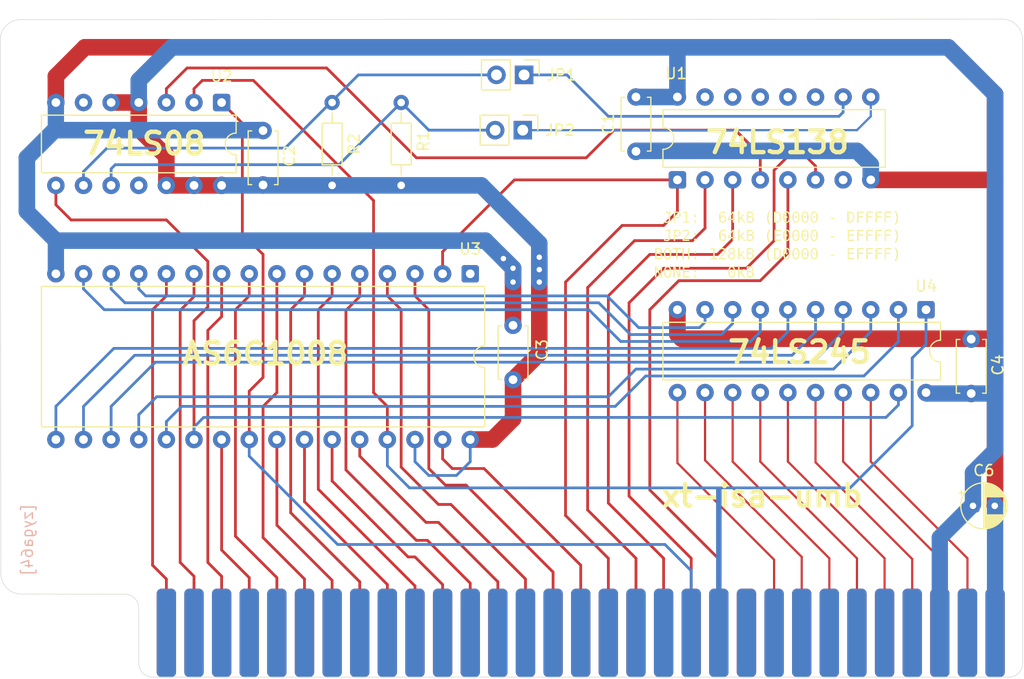
<source format=kicad_pcb>
(kicad_pcb (version 20241229) (generator "pcbnew") (generator_version "9.0")
  (title_block (title "UMB memory expansion board for IBM PC (XT) and clones") (rev "0.1"))
  (layers (0 "F.Cu" signal) (2 "B.Cu" signal) (13 "F.Paste" user) (15 "B.Paste" user) (5 "F.SilkS" user "F.Silkscreen") (7 "B.SilkS" user "B.Silkscreen") (1 "F.Mask" user) (3 "B.Mask" user) (25 "Edge.Cuts" user))
  (net 0 "")
  (net 3 "GND")
  (net 7 "{slash}MEMW")
  (net 15 "{slash}MEMR")
  (net 16 "Net-(J1-AEN)")
  (net 31 "/A14")
  (net 32 "/D7")
  (net 33 "/A6")
  (net 34 "/A16")
  (net 35 "/D5")
  (net 36 "/A3")
  (net 37 "/A19")
  (net 38 "/A13")
  (net 39 "/A12")
  (net 40 "/A18")
  (net 41 "/A10")
  (net 42 "/D2")
  (net 43 "/A4")
  (net 44 "/A15")
  (net 45 "/A8")
  (net 46 "/A5")
  (net 47 "/D0")
  (net 48 "/A17")
  (net 49 "/D6")
  (net 50 "/A7")
  (net 51 "/A9")
  (net 52 "/A11")
  (net 53 "/A1")
  (net 54 "/A2")
  (net 55 "/D1")
  (net 56 "/D3")
  (net 57 "/D4")
  (net 58 "/A0")
  (net 59 "VCC")
  (net 62 "Net-(U1-E1)")
  (net 67 "Net-(U3-~{CE})")
  (net 69 "Net-(U3-DQ1)")
  (net 70 "Net-(U3-DQ7)")
  (net 71 "Net-(U3-DQ5)")
  (net 72 "Net-(U3-DQ0)")
  (net 73 "Net-(U3-DQ6)")
  (net 74 "Net-(U3-DQ2)")
  (net 75 "Net-(U3-DQ4)")
  (net 76 "Net-(U3-DQ3)")
  (net 79 "Net-(JP1-A)")
  (net 80 "Net-(JP1-B)")
  (net 81 "Net-(JP2-A)")
  (net 82 "Net-(JP2-B)")
  (footprint "Resistor_THT:R_Axial_DIN0204_L3.6mm_D1.6mm_P7.62mm_Horizontal" (layer "F.Cu") (at 116.84 99.06 90)
    (property "Reference" "R2")
    (property "Value" "15k")
  )
  (footprint "Capacitor_THT:C_Disc_D4.7mm_W2.5mm_P5.00mm" (layer "F.Cu") (at 144.78 90.932 -90)
    (property "Reference" "C1")
    (property "Value" "100nF")
  )
  (footprint "Capacitor_THT:CP_Radial_D4.0mm_P2.00mm" (layer "F.Cu") (at 175.768 128.524)
    (property "Reference" "C6")
    (property "Value" "47uF")
  )
  (footprint "Capacitor_THT:C_Disc_D4.7mm_W2.5mm_P5.00mm" (layer "F.Cu") (at 175.606697 118.197 90)
    (property "Reference" "C4")
    (property "Value" "100nF")
  )
  (footprint "Package_DIP:DIP-20_W7.62mm" (layer "F.Cu") (at 171.45 110.49 -90)
    (property "Reference" "U4")
    (property "Value" "74HCT245")
  )
  (footprint "Connector_PinHeader_2.54mm:PinHeader_1x02_P2.54mm_Vertical" (layer "F.Cu") (at 134.493 88.9 -90)
    (property "Reference" "JP1")
    (property "Value" "Jumper_2_Bridged")
  )
  (footprint "Connector_PinHeader_2.54mm:PinHeader_1x02_P2.54mm_Vertical" (layer "F.Cu") (at 134.371 93.98 -90)
    (property "Reference" "JP2")
    (property "Value" "Jumper_2_Bridged")
  )
  (footprint "Capacitor_THT:C_Disc_D4.7mm_W2.5mm_P5.00mm" (layer "F.Cu") (at 133.477 116.927 90)
    (property "Reference" "C3")
    (property "Value" "100nF")
  )
  (footprint "Package_DIP:DIP-32_W15.24mm" (layer "F.Cu") (at 129.539999 107.188001 -90)
    (property "Reference" "U3")
    (property "Value" "AS6C1008")
  )
  (footprint "Capacitor_THT:C_Disc_D4.7mm_W2.5mm_P5.00mm" (layer "F.Cu") (at 110.49 99.02 90)
    (property "Reference" "C2")
    (property "Value" "100nF")
  )
  (footprint "Resistor_THT:R_Axial_DIN0204_L3.6mm_D1.6mm_P7.62mm_Horizontal" (layer "F.Cu") (at 123.19 99.06 90)
    (property "Reference" "R1")
    (property "Value" "15k")
  )
  (footprint "Package_DIP:DIP-16_W7.62mm" (layer "F.Cu") (at 148.59 98.552 90)
    (property "Reference" "U1")
    (property "Value" "74LS138")
  )
  (footprint "xt-isa-umb:Conn_Edge_PCB_ISA8" (layer "F.Cu") (at 139.699999 140.208001)
    (property "Reference" "J1" (hide yes))
    (property "Value" "Bus_ISA_8bit" (hide yes))
  )
  (footprint "Package_DIP:DIP-14_W7.62mm" (layer "F.Cu") (at 106.68 91.44 -90)
    (property "Reference" "U2")
    (property "Value" "74LS08")
  )
  (gr_line (start 177.8 140.208) (end 177.8 128.397) (stroke (width 1.5)) (layer "B.Cu") (net 3))
  (gr_arc (start 100.329999 144.272) (mid 99.431974 143.900026) (end 99.06 143.002001) (stroke (width 0.05)) (layer "Edge.Cuts"))
  (gr_arc (start 180.339999 143.002001) (mid 179.968025 143.900027) (end 179.069999 144.272001) (stroke (width 0.05)) (layer "Edge.Cuts"))
  (gr_line (start 100.329999 144.272001) (end 179.069999 144.272001) (stroke (width 0.05)) (layer "Edge.Cuts"))
  (gr_arc (start 86.326709 85.462) (mid 86.934528 84.312467) (end 88.138 83.82) (stroke (width 0.05)) (layer "Edge.Cuts"))
  (gr_arc (start 97.789999 136.652001) (mid 98.688025 137.023975) (end 99.059999 137.922001) (stroke (width 0.05)) (layer "Edge.Cuts"))
  (gr_arc (start 178.369828 83.771153) (mid 179.758795 84.305152) (end 180.339999 85.675038) (stroke (width 0.05)) (layer "Edge.Cuts"))
  (gr_line (start 180.339999 143.002001) (end 180.339999 85.675038) (stroke (width 0.05)) (layer "Edge.Cuts"))
  (gr_arc (start 88.265 136.637777) (mid 86.934015 136.086464) (end 86.382702 134.755479) (stroke (width 0.05)) (layer "Edge.Cuts"))
  (gr_line (start 86.32825 85.470999) (end 86.382702 134.755479) (stroke (width 0.05)) (layer "Edge.Cuts"))
  (gr_line (start 178.363881 83.771367) (end 88.138 83.82) (stroke (width 0.05)) (layer "Edge.Cuts"))
  (gr_line (start 97.789999 136.652001) (end 88.265 136.637777) (stroke (width 0.05)) (layer "Edge.Cuts"))
  (gr_line (start 99.059999 143.002) (end 99.059999 137.922001) (stroke (width 0.05)) (layer "Edge.Cuts"))
  (gr_text " JP1:  64kB (D0000 - DFFFF)\n JP2:  64kB (E0000 - EFFFF)\nBOTH: 128kB (D0000 - EFFFF)\nNONE:   0kB" (at 146.431 107.696 0) (layer "F.SilkS") (effects (font (size 1 1) (thickness 0.1)) (justify left bottom)))
  (gr_text "xt-isa-umb" (at 146.939 128.778 0) (layer "F.SilkS") (effects (font (size 2 2) (thickness 0.4) (bold yes)) (justify left bottom)))
  (gr_text "AS6C1008" (at 102.87 115.697 0) (layer "F.SilkS") (effects (font (size 2 2) (thickness 0.4) (bold yes)) (justify left bottom)))
  (gr_text "74LS08" (at 93.726 96.393 0) (layer "F.SilkS") (effects (font (size 2 2) (thickness 0.4) (bold yes)) (justify left bottom)))
  (gr_text "74LS138" (at 151.003 96.266 0) (layer "F.SilkS") (effects (font (size 2 2) (thickness 0.4) (bold yes)) (justify left bottom)))
  (gr_text "74LS245" (at 153.035 115.57 0) (layer "F.SilkS") (effects (font (size 2 2) (thickness 0.4) (bold yes)) (justify left bottom)))
  (gr_text "[zyga64]" (at 89.408 128.27 90) (layer "B.SilkS") (effects (font (size 1 1) (thickness 0.125)) (justify left bottom mirror)))
  (segment (start 133.477 107.95) (end 133.477 111.927) (width 1.524) (layer "F.Cu") (net 3))
  (segment (start 177.8 128.492) (end 177.8 98.552) (width 1.524) (layer "F.Cu") (net 3))
  (segment (start 177.768 128.524) (end 177.8 128.492) (width 1.5) (layer "F.Cu") (net 3))
  (segment (start 177.673 113.157) (end 175.646697 113.157) (width 1.524) (layer "F.Cu") (net 3))
  (segment (start 175.646697 113.157) (end 175.606697 113.197) (width 1.5) (layer "F.Cu") (net 3))
  (segment (start 175.606697 113.197) (end 175.566697 113.157) (width 1.5) (layer "F.Cu") (net 3))
  (segment (start 177.8 98.552) (end 177.8 90.678) (width 1.524) (layer "F.Cu") (net 3))
  (segment (start 177.8 90.678) (end 173.482 86.36) (width 1.524) (layer "F.Cu") (net 3))
  (segment (start 177.8 98.552) (end 166.37 98.552) (width 1.524) (layer "F.Cu") (net 3))
  (segment (start 148.59 112.776) (end 148.59 110.49) (width 1.524) (layer "F.Cu") (net 3))
  (segment (start 148.971 113.157) (end 148.59 112.776) (width 1.524) (layer "F.Cu") (net 3))
  (segment (start 175.566697 113.157) (end 148.971 113.157) (width 1.524) (layer "F.Cu") (net 3))
  (segment (start 94.107 86.36) (end 91.44 89.027) (width 1.524) (layer "F.Cu") (net 3))
  (segment (start 133.477 106.68) (end 132.588 105.791) (width 1.524) (layer "F.Cu") (net 3))
  (segment (start 173.482 86.36) (end 94.107 86.36) (width 1.524) (layer "F.Cu") (net 3))
  (segment (start 133.477 107.95) (end 133.477 106.68) (width 1.524) (layer "F.Cu") (net 3))
  (segment (start 177.8 113.284) (end 177.673 113.157) (width 1.5) (layer "F.Cu") (net 3))
  (segment (start 91.44 89.027) (end 91.44 91.44) (width 1.524) (layer "F.Cu") (net 3))
  (via (at 132.588 105.791) (size 1) (drill 0.5) (layers "F.Cu" "B.Cu") (net 3))
  (via (at 133.477 106.68) (size 1) (drill 0.5) (layers "F.Cu" "B.Cu") (net 3))
  (via (at 133.477 107.95) (size 1) (drill 0.5) (layers "F.Cu" "B.Cu") (net 3))
  (segment (start 133.477 106.68) (end 130.937 104.14) (width 1.524) (layer "B.Cu") (net 3))
  (segment (start 166.37 98.552) (end 166.37 97.155) (width 1.524) (layer "B.Cu") (net 3))
  (segment (start 166.37 97.155) (end 165.1 95.885) (width 1.524) (layer "B.Cu") (net 3))
  (segment (start 110.45 93.98) (end 110.49 94.02) (width 1.5) (layer "B.Cu") (net 3))
  (segment (start 130.937 104.14) (end 91.44 104.14) (width 1.524) (layer "B.Cu") (net 3))
  (segment (start 88.773 101.473) (end 88.773 101.346) (width 1.5) (layer "B.Cu") (net 3))
  (segment (start 91.439999 107.188001) (end 91.439999 104.140001) (width 1.5) (layer "B.Cu") (net 3))
  (segment (start 133.477 106.68) (end 133.477 107.95) (width 1.524) (layer "B.Cu") (net 3))
  (segment (start 88.773001 101.345999) (end 88.773001 96.52) (width 1.524) (layer "B.Cu") (net 3))
  (segment (start 91.439999 107.188001) (end 91.44 107.188) (width 0.2) (layer "B.Cu") (net 3))
  (segment (start 88.773 101.346) (end 88.773001 101.345999) (width 1.524) (layer "B.Cu") (net 3))
  (segment (start 165.1 95.885) (end 144.827 95.885) (width 1.524) (layer "B.Cu") (net 3))
  (segment (start 91.44 91.44) (end 91.44 93.853001) (width 1.5) (layer "B.Cu") (net 3))
  (segment (start 88.772999 96.52) (end 88.773001 96.52) (width 1.5) (layer "B.Cu") (net 3))
  (segment (start 91.313001 93.98) (end 110.45 93.98) (width 1.524) (layer "B.Cu") (net 3))
  (segment (start 91.44 104.14) (end 88.773 101.473) (width 1.5) (layer "B.Cu") (net 3))
  (segment (start 144.827 95.885) (end 144.78 95.932) (width 1.5) (layer "B.Cu") (net 3))
  (segment (start 91.439999 104.140001) (end 91.44 104.14) (width 1.5) (layer "B.Cu") (net 3))
  (segment (start 88.773001 96.52) (end 91.313001 93.98) (width 1.524) (layer "B.Cu") (net 3))
  (segment (start 104.902 89.408) (end 109.601 89.408) (width 0.254) (layer "F.Cu") (net 7))
  (segment (start 104.14 90.17) (end 104.902 89.408) (width 0.254) (layer "F.Cu") (net 7))
  (segment (start 120.65 100.457) (end 120.65 118.11) (width 0.254) (layer "F.Cu") (net 7))
  (segment (start 104.14 91.44) (end 104.14 90.17) (width 0.254) (layer "F.Cu") (net 7))
  (segment (start 120.65 118.11) (end 121.92 119.38) (width 0.254) (layer "F.Cu") (net 7))
  (segment (start 109.601 89.408) (end 120.65 100.457) (width 0.254) (layer "F.Cu") (net 7))
  (segment (start 121.92 119.38) (end 121.919999 122.428001) (width 0.254) (layer "F.Cu") (net 7))
  (segment (start 171.45 113.665) (end 171.45 110.49) (width 0.254) (layer "B.Cu") (net 7))
  (segment (start 123.952 126.873) (end 121.919999 124.840999) (width 0.254) (layer "B.Cu") (net 7))
  (segment (start 121.919999 124.840999) (end 121.919999 122.428001) (width 0.254) (layer "B.Cu") (net 7))
  (segment (start 152.399999 127) (end 152.272999 126.873) (width 0.254) (layer "B.Cu") (net 7))
  (segment (start 164.465 126.873) (end 170.18 121.158) (width 0.254) (layer "B.Cu") (net 7))
  (segment (start 170.18 114.935) (end 171.45 113.665) (width 0.254) (layer "B.Cu") (net 7))
  (segment (start 152.399999 127) (end 152.399999 140.208001) (width 0.508) (layer "B.Cu") (net 7))
  (segment (start 152.526999 126.873) (end 164.465 126.873) (width 0.254) (layer "B.Cu") (net 7))
  (segment (start 152.272999 126.873) (end 123.952 126.873) (width 0.254) (layer "B.Cu") (net 7))
  (segment (start 152.399999 127) (end 152.526999 126.873) (width 0.254) (layer "B.Cu") (net 7))
  (segment (start 170.18 121.158) (end 170.18 114.935) (width 0.254) (layer "B.Cu") (net 7))
  (segment (start 110.49 105.41) (end 108.585 103.505) (width 0.254) (layer "F.Cu") (net 15))
  (segment (start 108.585 93.345) (end 106.68 91.44) (width 0.254) (layer "F.Cu") (net 15))
  (segment (start 108.585 103.505) (end 108.585 93.345) (width 0.254) (layer "F.Cu") (net 15))
  (segment (start 109.219999 122.428001) (end 109.219999 117.983001) (width 0.254) (layer "F.Cu") (net 15))
  (segment (start 110.49 116.713) (end 110.49 105.41) (width 0.254) (layer "F.Cu") (net 15))
  (segment (start 109.219999 117.983001) (end 110.49 116.713) (width 0.254) (layer "F.Cu") (net 15))
  (segment (start 147.447 132.08) (end 149.859999 134.492999) (width 0.254) (layer "B.Cu") (net 15))
  (segment (start 149.859999 134.492999) (end 149.859999 140.208001) (width 0.254) (layer "B.Cu") (net 15))
  (segment (start 109.219999 122.428001) (end 109.219999 123.951999) (width 0.254) (layer "B.Cu") (net 15))
  (segment (start 109.219999 123.951999) (end 117.348 132.08) (width 0.254) (layer "B.Cu") (net 15))
  (segment (start 117.348 132.08) (end 147.447 132.08) (width 0.254) (layer "B.Cu") (net 15))
  (segment (start 146.05 127.0635) (end 146.05 110.49) (width 0.254) (layer "F.Cu") (net 16))
  (segment (start 158.75 105.283) (end 158.75 98.928) (width 0.254) (layer "F.Cu") (net 16))
  (segment (start 152.399999 140.208001) (end 152.399999 133.413499) (width 0.254) (layer "F.Cu") (net 16))
  (segment (start 146.05 110.49) (end 148.717 107.823) (width 0.254) (layer "F.Cu") (net 16))
  (segment (start 152.399999 133.413499) (end 146.05 127.0635) (width 0.254) (layer "F.Cu") (net 16))
  (segment (start 148.717 107.823) (end 156.21 107.823) (width 0.254) (layer "F.Cu") (net 16))
  (segment (start 156.21 107.823) (end 158.75 105.283) (width 0.254) (layer "F.Cu") (net 16))
  (segment (start 124.459999 109.219999) (end 124.459999 107.188001) (width 0.254) (layer "F.Cu") (net 31))
  (segment (start 127.254 126.619) (end 125.729999 125.094999) (width 0.254) (layer "F.Cu") (net 31))
  (segment (start 137.159999 140.208001) (end 137.159999 134.619999) (width 0.254) (layer "F.Cu") (net 31))
  (segment (start 125.729999 125.094999) (end 125.729999 110.489999) (width 0.254) (layer "F.Cu") (net 31))
  (segment (start 129.159 126.619) (end 127.254 126.619) (width 0.254) (layer "F.Cu") (net 31))
  (segment (start 137.159999 134.619999) (end 129.159 126.619) (width 0.254) (layer "F.Cu") (net 31))
  (segment (start 125.729999 110.489999) (end 124.459999 109.219999) (width 0.254) (layer "F.Cu") (net 31))
  (segment (start 175.26 133.35) (end 175.259999 140.208001) (width 0.2) (layer "F.Cu") (net 32))
  (segment (start 166.37 118.11) (end 166.37 124.46) (width 0.2) (layer "F.Cu") (net 32))
  (segment (start 166.37 124.46) (end 175.26 133.35) (width 0.2) (layer "F.Cu") (net 32))
  (segment (start 116.839999 135.381999) (end 116.839999 140.208001) (width 0.254) (layer "F.Cu") (net 33))
  (segment (start 111.759999 122.428001) (end 111.759999 130.301999) (width 0.254) (layer "F.Cu") (net 33))
  (segment (start 111.759999 130.301999) (end 116.839999 135.381999) (width 0.254) (layer "F.Cu") (net 33))
  (segment (start 147.32 102.743) (end 148.59 101.473) (width 0.254) (layer "F.Cu") (net 34))
  (segment (start 133.604 98.552) (end 148.59 98.552) (width 0.254) (layer "F.Cu") (net 34))
  (segment (start 142.239999 140.208001) (end 142.239999 133.349999) (width 0.254) (layer "F.Cu") (net 34))
  (segment (start 127 105.156) (end 133.604 98.552) (width 0.254) (layer "F.Cu") (net 34))
  (segment (start 143.51 102.743) (end 147.32 102.743) (width 0.254) (layer "F.Cu") (net 34))
  (segment (start 127 107.188) (end 127 105.156) (width 0.254) (layer "F.Cu") (net 34))
  (segment (start 148.59 101.473) (end 148.59 98.552) (width 0.254) (layer "F.Cu") (net 34))
  (segment (start 148.59 98.933) (end 148.59 98.552) (width 0.254) (layer "F.Cu") (net 34))
  (segment (start 142.239999 133.349999) (end 138.303 129.413) (width 0.254) (layer "F.Cu") (net 34))
  (segment (start 138.303 107.95) (end 143.51 102.743) (width 0.254) (layer "F.Cu") (net 34))
  (segment (start 126.999999 107.188001) (end 127 107.188) (width 0.254) (layer "F.Cu") (net 34))
  (segment (start 138.303 129.413) (end 138.303 107.95) (width 0.254) (layer "F.Cu") (net 34))
  (segment (start 170.179999 133.413499) (end 170.179999 140.208001) (width 0.2) (layer "F.Cu") (net 35))
  (segment (start 161.29 124.5235) (end 170.179999 133.413499) (width 0.2) (layer "F.Cu") (net 35))
  (segment (start 161.29 118.11) (end 161.29 124.5235) (width 0.2) (layer "F.Cu") (net 35))
  (segment (start 109.219999 135.127999) (end 106.68 132.588) (width 0.254) (layer "F.Cu") (net 36))
  (segment (start 109.219999 140.208001) (end 109.219999 135.127999) (width 0.254) (layer "F.Cu") (net 36))
  (segment (start 106.68 132.588) (end 106.679999 122.428001) (width 0.254) (layer "F.Cu") (net 36))
  (segment (start 158.623 96.52) (end 160.528 96.52) (width 0.254) (layer "F.Cu") (net 37))
  (segment (start 144.145 127.635) (end 144.145 109.855) (width 0.254) (layer "F.Cu") (net 37))
  (segment (start 149.859999 140.208001) (end 149.859999 133.349999) (width 0.254) (layer "F.Cu") (net 37))
  (segment (start 160.528 96.52) (end 161.29 97.282) (width 0.254) (layer "F.Cu") (net 37))
  (segment (start 157.48 97.663) (end 158.623 96.52) (width 0.254) (layer "F.Cu") (net 37))
  (segment (start 147.32 106.68) (end 154.94 106.68) (width 0.254) (layer "F.Cu") (net 37))
  (segment (start 149.859999 133.349999) (end 144.145 127.635) (width 0.254) (layer "F.Cu") (net 37))
  (segment (start 161.29 97.282) (end 161.29 98.552) (width 0.254) (layer "F.Cu") (net 37))
  (segment (start 144.145 109.855) (end 147.32 106.68) (width 0.254) (layer "F.Cu") (net 37))
  (segment (start 157.48 104.14) (end 157.48 97.663) (width 0.254) (layer "F.Cu") (net 37))
  (segment (start 154.94 106.68) (end 157.48 104.14) (width 0.254) (layer "F.Cu") (net 37))
  (segment (start 121.92 109.22) (end 121.919999 107.188001) (width 0.254) (layer "F.Cu") (net 38))
  (segment (start 127.762 128.397) (end 126.618998 128.397) (width 0.254) (layer "F.Cu") (net 38))
  (segment (start 126.618998 128.397) (end 123.189999 124.968001) (width 0.254) (layer "F.Cu") (net 38))
  (segment (start 134.619999 135.254999) (end 127.762 128.397) (width 0.254) (layer "F.Cu") (net 38))
  (segment (start 134.619999 140.208001) (end 134.619999 135.254999) (width 0.254) (layer "F.Cu") (net 38))
  (segment (start 123.189999 124.968001) (end 123.189999 110.489999) (width 0.254) (layer "F.Cu") (net 38))
  (segment (start 123.189999 110.489999) (end 121.92 109.22) (width 0.254) (layer "F.Cu") (net 38))
  (segment (start 126.619 130.048) (end 132.079999 135.508999) (width 0.254) (layer "F.Cu") (net 39))
  (segment (start 125.476 130.048) (end 126.619 130.048) (width 0.254) (layer "F.Cu") (net 39))
  (segment (start 119.379999 122.428001) (end 119.379999 123.951999) (width 0.254) (layer "F.Cu") (net 39))
  (segment (start 119.379999 123.951999) (end 125.476 130.048) (width 0.254) (layer "F.Cu") (net 39))
  (segment (start 132.079999 135.508999) (end 132.079999 140.208001) (width 0.254) (layer "F.Cu") (net 39))
  (segment (start 147.319999 133.349999) (end 142.24 128.27) (width 0.254) (layer "F.Cu") (net 40))
  (segment (start 142.24 128.27) (end 142.24 109.22) (width 0.254) (layer "F.Cu") (net 40))
  (segment (start 142.24 109.22) (end 146.05 105.41) (width 0.254) (layer "F.Cu") (net 40))
  (segment (start 146.05 105.41) (end 152.273 105.41) (width 0.254) (layer "F.Cu") (net 40))
  (segment (start 147.319999 140.208001) (end 147.319999 133.349999) (width 0.254) (layer "F.Cu") (net 40))
  (segment (start 152.273 105.41) (end 153.67 104.013) (width 0.254) (layer "F.Cu") (net 40))
  (segment (start 153.67 104.013) (end 153.67 98.552) (width 0.254) (layer "F.Cu") (net 40))
  (segment (start 123.825 133.223) (end 124.46 133.223) (width 0.254) (layer "F.Cu") (net 41))
  (segment (start 124.46 133.223) (end 126.999999 135.762999) (width 0.254) (layer "F.Cu") (net 41))
  (segment (start 116.839999 122.428001) (end 116.839999 126.237999) (width 0.254) (layer "F.Cu") (net 41))
  (segment (start 116.839999 126.237999) (end 123.825 133.223) (width 0.254) (layer "F.Cu") (net 41))
  (segment (start 126.999999 135.762999) (end 126.999999 140.208001) (width 0.254) (layer "F.Cu") (net 41))
  (segment (start 162.559999 133.349999) (end 153.67 124.46) (width 0.2) (layer "F.Cu") (net 42))
  (segment (start 162.559999 140.208001) (end 162.559999 133.349999) (width 0.2) (layer "F.Cu") (net 42))
  (segment (start 153.67 124.46) (end 153.67 118.11) (width 0.2) (layer "F.Cu") (net 42))
  (segment (start 109.22 109.22) (end 109.22 107.188002) (width 0.254) (layer "F.Cu") (net 43))
  (segment (start 107.95 110.49) (end 109.22 109.22) (width 0.254) (layer "F.Cu") (net 43))
  (segment (start 109.22 107.188002) (end 109.219999 107.188001) (width 0.2) (layer "F.Cu") (net 43))
  (segment (start 107.95 131.318) (end 107.95 110.49) (width 0.254) (layer "F.Cu") (net 43))
  (segment (start 111.759999 140.208001) (end 111.759999 135.127999) (width 0.254) (layer "F.Cu") (net 43))
  (segment (start 111.759999 135.127999) (end 107.95 131.318) (width 0.254) (layer "F.Cu") (net 43))
  (segment (start 139.699999 140.208001) (end 139.699999 133.984999) (width 0.254) (layer "F.Cu") (net 44))
  (segment (start 127 122.936001) (end 126.999999 122.936) (width 0.254) (layer "F.Cu") (net 44))
  (segment (start 127 124.206) (end 127 122.936001) (width 0.254) (layer "F.Cu") (net 44))
  (segment (start 130.81 125.095) (end 127.889 125.095) (width 0.254) (layer "F.Cu") (net 44))
  (segment (start 126.999999 122.936) (end 126.999999 122.428001) (width 0.254) (layer "F.Cu") (net 44))
  (segment (start 139.699999 133.984999) (end 130.81 125.095) (width 0.254) (layer "F.Cu") (net 44))
  (segment (start 127.889 125.095) (end 127 124.206) (width 0.254) (layer "F.Cu") (net 44))
  (segment (start 114.299999 122.428001) (end 114.299999 128.142999) (width 0.254) (layer "F.Cu") (net 45))
  (segment (start 114.299999 128.142999) (end 121.919999 135.762999) (width 0.254) (layer "F.Cu") (net 45))
  (segment (start 121.919999 135.762999) (end 121.919999 140.208001) (width 0.254) (layer "F.Cu") (net 45))
  (segment (start 111.759999 118.110001) (end 111.759999 107.188001) (width 0.254) (layer "F.Cu") (net 46))
  (segment (start 114.299999 140.208001) (end 114.299999 136.144001) (width 0.254) (layer "F.Cu") (net 46))
  (segment (start 110.49 119.38) (end 111.759999 118.110001) (width 0.254) (layer "F.Cu") (net 46))
  (segment (start 114.299999 135.254999) (end 110.49 131.445) (width 0.254) (layer "F.Cu") (net 46))
  (segment (start 114.299999 136.144001) (end 114.299999 135.254999) (width 0.254) (layer "F.Cu") (net 46))
  (segment (start 110.49 131.445) (end 110.49 119.38) (width 0.254) (layer "F.Cu") (net 46))
  (segment (start 157.479999 133.476999) (end 148.59 124.587) (width 0.2) (layer "F.Cu") (net 47))
  (segment (start 148.59 124.587) (end 148.59 118.11) (width 0.2) (layer "F.Cu") (net 47))
  (segment (start 157.479999 140.208001) (end 157.479999 133.476999) (width 0.2) (layer "F.Cu") (net 47))
  (segment (start 144.78 135.889998) (end 144.78 133.35) (width 0.254) (layer "F.Cu") (net 48))
  (segment (start 144.653 104.14) (end 149.987 104.14) (width 0.254) (layer "F.Cu") (net 48))
  (segment (start 144.779999 135.889999) (end 144.78 135.889998) (width 0.2) (layer "F.Cu") (net 48))
  (segment (start 144.779999 140.208001) (end 144.779999 135.889999) (width 0.254) (layer "F.Cu") (net 48))
  (segment (start 140.335 128.905) (end 140.335 108.458) (width 0.254) (layer "F.Cu") (net 48))
  (segment (start 149.987 104.14) (end 151.13 102.997) (width 0.254) (layer "F.Cu") (net 48))
  (segment (start 151.13 102.997) (end 151.13 98.552) (width 0.254) (layer "F.Cu") (net 48))
  (segment (start 140.335 108.458) (end 144.653 104.14) (width 0.254) (layer "F.Cu") (net 48))
  (segment (start 144.78 133.35) (end 140.335 128.905) (width 0.254) (layer "F.Cu") (net 48))
  (segment (start 163.83 124.46) (end 163.83 118.11) (width 0.2) (layer "F.Cu") (net 49))
  (segment (start 172.719999 140.208001) (end 172.719999 133.349999) (width 0.2) (layer "F.Cu") (net 49))
  (segment (start 172.719999 133.349999) (end 163.83 124.46) (width 0.2) (layer "F.Cu") (net 49))
  (segment (start 114.3 109.22) (end 114.3 107.188002) (width 0.254) (layer "F.Cu") (net 50))
  (segment (start 119.379999 140.208001) (end 119.379999 135.508999) (width 0.254) (layer "F.Cu") (net 50))
  (segment (start 113.03 110.49) (end 114.3 109.22) (width 0.254) (layer "F.Cu") (net 50))
  (segment (start 114.3 107.188002) (end 114.299999 107.188001) (width 0.2) (layer "F.Cu") (net 50))
  (segment (start 119.379999 135.508999) (end 113.03 129.159) (width 0.254) (layer "F.Cu") (net 50))
  (segment (start 113.03 129.159) (end 113.03 110.49) (width 0.254) (layer "F.Cu") (net 50))
  (segment (start 116.839999 107.188001) (end 116.839999 109.220001) (width 0.254) (layer "F.Cu") (net 51))
  (segment (start 115.57 127) (end 124.459999 135.889999) (width 0.254) (layer "F.Cu") (net 51))
  (segment (start 124.459999 135.889999) (end 124.459999 140.208001) (width 0.254) (layer "F.Cu") (net 51))
  (segment (start 116.839999 109.220001) (end 115.57 110.49) (width 0.254) (layer "F.Cu") (net 51))
  (segment (start 115.57 110.49) (end 115.57 127) (width 0.254) (layer "F.Cu") (net 51))
  (segment (start 124.587 131.699) (end 125.603 131.699) (width 0.254) (layer "F.Cu") (net 52))
  (segment (start 119.379999 107.188001) (end 119.379999 109.283501) (width 0.254) (layer "F.Cu") (net 52))
  (segment (start 118.11 110.5535) (end 118.11 125.222) (width 0.254) (layer "F.Cu") (net 52))
  (segment (start 119.379999 109.283501) (end 118.11 110.5535) (width 0.254) (layer "F.Cu") (net 52))
  (segment (start 129.539999 140.208001) (end 129.539999 136.651999) (width 0.2) (layer "F.Cu") (net 52))
  (segment (start 118.11 125.222) (end 124.587 131.699) (width 0.254) (layer "F.Cu") (net 52))
  (segment (start 125.603 131.699) (end 129.539999 135.635999) (width 0.254) (layer "F.Cu") (net 52))
  (segment (start 129.539999 135.635999) (end 129.539999 140.208001) (width 0.254) (layer "F.Cu") (net 52))
  (segment (start 102.87 110.5535) (end 104.139999 109.283501) (width 0.254) (layer "F.Cu") (net 53))
  (segment (start 104.139999 109.283501) (end 104.139999 107.188001) (width 0.254) (layer "F.Cu") (net 53))
  (segment (start 102.87 133.731) (end 102.87 110.5535) (width 0.254) (layer "F.Cu") (net 53))
  (segment (start 104.139999 140.208001) (end 104.14 135.001) (width 0.254) (layer "F.Cu") (net 53))
  (segment (start 104.14 135.001) (end 102.87 133.731) (width 0.254) (layer "F.Cu") (net 53))
  (segment (start 106.679999 107.188001) (end 106.679999 111.125001) (width 0.254) (layer "F.Cu") (net 54))
  (segment (start 106.68 135.001) (end 106.68 135.255) (width 0.254) (layer "F.Cu") (net 54))
  (segment (start 105.41 133.731) (end 106.68 135.001) (width 0.254) (layer "F.Cu") (net 54))
  (segment (start 105.41 112.395) (end 105.41 133.731) (width 0.254) (layer "F.Cu") (net 54))
  (segment (start 106.679999 111.125001) (end 105.41 112.395) (width 0.254) (layer "F.Cu") (net 54))
  (segment (start 106.68 135.255) (end 106.679999 135.255001) (width 0.2) (layer "F.Cu") (net 54))
  (segment (start 106.679999 135.255001) (end 106.679999 140.208001) (width 0.254) (layer "F.Cu") (net 54))
  (segment (start 151.13 124.333) (end 151.13 118.11) (width 0.2) (layer "F.Cu") (net 55))
  (segment (start 160.019999 133.222999) (end 151.13 124.333) (width 0.2) (layer "F.Cu") (net 55))
  (segment (start 160.019999 140.208001) (end 160.019999 133.222999) (width 0.2) (layer "F.Cu") (net 55))
  (segment (start 165.099999 140.208001) (end 165.099999 133.349999) (width 0.2) (layer "F.Cu") (net 56))
  (segment (start 165.099999 133.349999) (end 156.21 124.46) (width 0.2) (layer "F.Cu") (net 56))
  (segment (start 156.21 124.46) (end 156.21 118.11) (width 0.2) (layer "F.Cu") (net 56))
  (segment (start 167.639999 140.208001) (end 167.639999 133.349999) (width 0.2) (layer "F.Cu") (net 57))
  (segment (start 158.75 124.46) (end 158.75 118.11) (width 0.2) (layer "F.Cu") (net 57))
  (segment (start 167.639999 133.349999) (end 158.75 124.46) (width 0.2) (layer "F.Cu") (net 57))
  (segment (start 101.599999 135.254999) (end 100.33 133.985) (width 0.254) (layer "F.Cu") (net 58))
  (segment (start 100.33 110.49) (end 101.599999 109.220001) (width 0.254) (layer "F.Cu") (net 58))
  (segment (start 101.599999 109.220001) (end 101.599999 107.188001) (width 0.254) (layer "F.Cu") (net 58))
  (segment (start 100.33 133.985) (end 100.33 110.49) (width 0.254) (layer "F.Cu") (net 58))
  (segment (start 101.599999 140.208001) (end 101.599999 135.254999) (width 0.254) (layer "F.Cu") (net 58))
  (segment (start 99.06 93.853) (end 99.06 93.726) (width 1.5) (layer "F.Cu") (net 59))
  (segment (start 133.477 120.523) (end 133.477 116.927) (width 1.524) (layer "F.Cu") (net 59))
  (segment (start 135.89 105.664) (end 135.89 114.514) (width 1.524) (layer "F.Cu") (net 59))
  (segment (start 96.52 91.44) (end 99.06 91.44) (width 1.524) (layer "F.Cu") (net 59))
  (segment (start 129.539999 122.428001) (end 131.571999 122.428001) (width 1.524) (layer "F.Cu") (net 59))
  (segment (start 101.6 99.06) (end 101.6 96.266) (width 1.524) (layer "F.Cu") (net 59))
  (segment (start 135.89 114.514) (end 133.477 116.927) (width 1.524) (layer "F.Cu") (net 59))
  (segment (start 99.06 93.726) (end 99.06 91.44) (width 1.524) (layer "F.Cu") (net 59))
  (segment (start 101.473 96.266) (end 99.06 93.853) (width 1.524) (layer "F.Cu") (net 59))
  (segment (start 106.68 99.06) (end 101.6 99.06) (width 1.524) (layer "F.Cu") (net 59))
  (segment (start 131.571999 122.428001) (end 133.477 120.523) (width 1.524) (layer "F.Cu") (net 59))
  (via (at 135.89 106.807) (size 1) (drill 0.5) (layers "F.Cu" "B.Cu") (net 59))
  (via (at 135.89 105.664) (size 1) (drill 0.5) (layers "F.Cu" "B.Cu") (net 59))
  (via (at 135.89 107.95) (size 1) (drill 0.5) (layers "F.Cu" "B.Cu") (net 59))
  (segment (start 125.73 125.73) (end 128.27 125.73) (width 0.254) (layer "B.Cu") (net 59))
  (segment (start 175.768 125.476) (end 175.768 128.397) (width 1.5) (layer "B.Cu") (net 59))
  (segment (start 102.108 86.36) (end 99.06 89.408) (width 1.524) (layer "B.Cu") (net 59))
  (segment (start 148.59 90.932) (end 144.78 90.932) (width 1.524) (layer "B.Cu") (net 59))
  (segment (start 99.06 89.408) (end 99.06 91.44) (width 1.524) (layer "B.Cu") (net 59))
  (segment (start 177.799999 90.677999) (end 177.799999 123.444001) (width 1.524) (layer "B.Cu") (net 59))
  (segment (start 148.59 86.36) (end 148.59 90.932) (width 1.524) (layer "B.Cu") (net 59))
  (segment (start 148.59 86.36) (end 173.482 86.36) (width 1.524) (layer "B.Cu") (net 59))
  (segment (start 172.719999 131.445001) (end 172.719999 140.208001) (width 1.5) (layer "B.Cu") (net 59))
  (segment (start 171.537 118.197) (end 171.45 118.11) (width 1.5) (layer "B.Cu") (net 59))
  (segment (start 148.59 86.36) (end 102.108 86.36) (width 1.524) (layer "B.Cu") (net 59))
  (segment (start 173.482 86.36) (end 177.799999 90.677999) (width 1.524) (layer "B.Cu") (net 59))
  (segment (start 124.459999 122.428001) (end 124.459999 124.459999) (width 0.254) (layer "B.Cu") (net 59))
  (segment (start 124.459999 124.459999) (end 125.73 125.73) (width 0.254) (layer "B.Cu") (net 59))
  (segment (start 175.768 128.397) (end 172.719999 131.445001) (width 1.5) (layer "B.Cu") (net 59))
  (segment (start 177.799999 123.444001) (end 175.768 125.476) (width 1.5) (layer "B.Cu") (net 59))
  (segment (start 130.556 99.06) (end 106.68 99.06) (width 1.524) (layer "B.Cu") (net 59))
  (segment (start 128.27 125.73) (end 129.54 124.46) (width 0.254) (layer "B.Cu") (net 59))
  (segment (start 177.799999 118.197) (end 171.537 118.197) (width 1.5) (layer "B.Cu") (net 59))
  (segment (start 129.54 124.46) (end 129.539999 122.428001) (width 0.254) (layer "B.Cu") (net 59))
  (segment (start 135.89 104.394) (end 130.556 99.06) (width 1.524) (layer "B.Cu") (net 59))
  (segment (start 135.89 107.95) (end 135.89 104.394) (width 1.524) (layer "B.Cu") (net 59))
  (segment (start 101.6 90.17) (end 103.505 88.265) (width 0.254) (layer "F.Cu") (net 62))
  (segment (start 140.208 96.52) (end 142.748 93.98) (width 0.254) (layer "F.Cu") (net 62))
  (segment (start 153.924 93.98) (end 156.21 96.266) (width 0.254) (layer "F.Cu") (net 62))
  (segment (start 101.599999 91.694001) (end 101.6 90.17) (width 0.254) (layer "F.Cu") (net 62))
  (segment (start 124.587 96.52) (end 140.208 96.52) (width 0.254) (layer "F.Cu") (net 62))
  (segment (start 116.332 88.265) (end 124.587 96.52) (width 0.254) (layer "F.Cu") (net 62))
  (segment (start 156.21 96.266) (end 156.21 98.552) (width 0.254) (layer "F.Cu") (net 62))
  (segment (start 103.505 88.265) (end 116.332 88.265) (width 0.254) (layer "F.Cu") (net 62))
  (segment (start 142.748 93.98) (end 153.924 93.98) (width 0.254) (layer "F.Cu") (net 62))
  (segment (start 105.41 110.236) (end 105.41 106.045) (width 0.254) (layer "F.Cu") (net 67))
  (segment (start 92.837 102.235) (end 91.439999 100.837999) (width 0.254) (layer "F.Cu") (net 67))
  (segment (start 105.41 106.045) (end 101.6 102.235) (width 0.254) (layer "F.Cu") (net 67))
  (segment (start 91.439999 100.837999) (end 91.439999 99.314001) (width 0.254) (layer "F.Cu") (net 67))
  (segment (start 104.139999 122.428001) (end 104.139999 111.506001) (width 0.254) (layer "F.Cu") (net 67))
  (segment (start 104.139999 111.506001) (end 105.41 110.236) (width 0.254) (layer "F.Cu") (net 67))
  (segment (start 101.6 102.235) (end 92.837 102.235) (width 0.254) (layer "F.Cu") (net 67))
  (segment (start 167.767 120.396) (end 105.029 120.396) (width 0.254) (layer "B.Cu") (net 67))
  (segment (start 168.91 118.11) (end 168.91 119.253) (width 0.254) (layer "B.Cu") (net 67))
  (segment (start 104.139999 121.285001) (end 104.139999 122.428001) (width 0.254) (layer "B.Cu") (net 67))
  (segment (start 168.91 119.253) (end 167.767 120.396) (width 0.254) (layer "B.Cu") (net 67))
  (segment (start 105.029 120.396) (end 104.139999 121.285001) (width 0.254) (layer "B.Cu") (net 67))
  (segment (start 152.654 112.776) (end 153.67 111.76) (width 0.254) (layer "B.Cu") (net 69))
  (segment (start 153.67 111.76) (end 153.67 110.49) (width 0.254) (layer "B.Cu") (net 69))
  (segment (start 141.351 109.855) (end 144.272 112.776) (width 0.254) (layer "B.Cu") (net 69))
  (segment (start 96.519999 108.584999) (end 97.79 109.855) (width 0.254) (layer "B.Cu") (net 69))
  (segment (start 96.519999 107.188001) (end 96.519999 108.584999) (width 0.254) (layer "B.Cu") (net 69))
  (segment (start 144.272 112.776) (end 152.654 112.776) (width 0.254) (layer "B.Cu") (net 69))
  (segment (start 97.79 109.855) (end 141.351 109.855) (width 0.254) (layer "B.Cu") (net 69))
  (segment (start 168.91 113.411) (end 168.91 110.49) (width 0.254) (layer "B.Cu") (net 70))
  (segment (start 101.599999 120.777001) (end 102.997 119.38) (width 0.254) (layer "B.Cu") (net 70))
  (segment (start 101.599999 122.428001) (end 101.599999 120.777001) (width 0.254) (layer "B.Cu") (net 70))
  (segment (start 145.669 116.586) (end 165.735 116.586) (width 0.254) (layer "B.Cu") (net 70))
  (segment (start 102.997 119.38) (end 142.875 119.38) (width 0.254) (layer "B.Cu") (net 70))
  (segment (start 142.875 119.38) (end 145.669 116.586) (width 0.254) (layer "B.Cu") (net 70))
  (segment (start 165.735 116.586) (end 168.91 113.411) (width 0.254) (layer "B.Cu") (net 70))
  (segment (start 96.519999 122.428001) (end 96.519999 119.380001) (width 0.254) (layer "B.Cu") (net 71))
  (segment (start 96.519999 119.380001) (end 100.584 115.316) (width 0.254) (layer "B.Cu") (net 71))
  (segment (start 161.036 115.316) (end 163.83 112.522) (width 0.254) (layer "B.Cu") (net 71))
  (segment (start 100.584 115.316) (end 161.036 115.316) (width 0.254) (layer "B.Cu") (net 71))
  (segment (start 163.83 112.522) (end 163.83 110.49) (width 0.254) (layer "B.Cu") (net 71))
  (segment (start 99.059999 108.584999) (end 99.695 109.22) (width 0.254) (layer "B.Cu") (net 72))
  (segment (start 99.059999 107.188001) (end 99.059999 108.584999) (width 0.254) (layer "B.Cu") (net 72))
  (segment (start 151.13 111.633) (end 151.13 110.49) (width 0.254) (layer "B.Cu") (net 72))
  (segment (start 150.622 112.141) (end 151.13 111.633) (width 0.254) (layer "B.Cu") (net 72))
  (segment (start 142.113 109.22) (end 145.034 112.141) (width 0.254) (layer "B.Cu") (net 72))
  (segment (start 99.695 109.22) (end 142.113 109.22) (width 0.254) (layer "B.Cu") (net 72))
  (segment (start 145.034 112.141) (end 150.622 112.141) (width 0.254) (layer "B.Cu") (net 72))
  (segment (start 100.711 118.491) (end 142.24 118.491) (width 0.254) (layer "B.Cu") (net 73))
  (segment (start 99.059999 122.428001) (end 99.059999 120.142001) (width 0.254) (layer "B.Cu") (net 73))
  (segment (start 142.24 118.491) (end 144.78 115.951) (width 0.254) (layer "B.Cu") (net 73))
  (segment (start 144.78 115.951) (end 162.941 115.951) (width 0.254) (layer "B.Cu") (net 73))
  (segment (start 99.059999 120.142001) (end 100.711 118.491) (width 0.254) (layer "B.Cu") (net 73))
  (segment (start 166.37 112.522) (end 166.37 110.49) (width 0.254) (layer "B.Cu") (net 73))
  (segment (start 162.941 115.951) (end 166.37 112.522) (width 0.254) (layer "B.Cu") (net 73))
  (segment (start 143.374532 113.411) (end 155.321 113.411) (width 0.254) (layer "B.Cu") (net 74))
  (segment (start 93.979999 108.584999) (end 95.885 110.49) (width 0.254) (layer "B.Cu") (net 74))
  (segment (start 156.21 112.522) (end 156.21 110.49) (width 0.254) (layer "B.Cu") (net 74))
  (segment (start 95.885 110.49) (end 140.453532 110.49) (width 0.254) (layer "B.Cu") (net 74))
  (segment (start 155.321 113.411) (end 156.21 112.522) (width 0.254) (layer "B.Cu") (net 74))
  (segment (start 140.453532 110.49) (end 143.374532 113.411) (width 0.254) (layer "B.Cu") (net 74))
  (segment (start 93.979999 107.188001) (end 93.979999 108.584999) (width 0.254) (layer "B.Cu") (net 74))
  (segment (start 93.979999 122.428001) (end 93.979999 119.380001) (width 0.254) (layer "B.Cu") (net 75))
  (segment (start 98.679 114.681) (end 159.131 114.681) (width 0.254) (layer "B.Cu") (net 75))
  (segment (start 93.979999 119.380001) (end 98.679 114.681) (width 0.254) (layer "B.Cu") (net 75))
  (segment (start 159.131 114.681) (end 161.29 112.522) (width 0.254) (layer "B.Cu") (net 75))
  (segment (start 161.29 112.522) (end 161.29 110.49) (width 0.254) (layer "B.Cu") (net 75))
  (segment (start 157.226 114.046) (end 158.75 112.522) (width 0.254) (layer "B.Cu") (net 76))
  (segment (start 91.439999 122.428001) (end 91.439999 119.380001) (width 0.254) (layer "B.Cu") (net 76))
  (segment (start 96.774 114.046) (end 157.226 114.046) (width 0.254) (layer "B.Cu") (net 76))
  (segment (start 158.75 112.522) (end 158.75 110.49) (width 0.254) (layer "B.Cu") (net 76))
  (segment (start 91.439999 119.380001) (end 96.774 114.046) (width 0.254) (layer "B.Cu") (net 76))
  (segment (start 163.83 90.932) (end 163.83 91.308) (width 0.2) (layer "F.Cu") (net 79))
  (segment (start 134.493 88.9) (end 138.43 88.9) (width 0.254) (layer "B.Cu") (net 79))
  (segment (start 142.24 92.71) (end 163.449 92.71) (width 0.254) (layer "B.Cu") (net 79))
  (segment (start 163.449 92.71) (end 163.83 92.329) (width 0.254) (layer "B.Cu") (net 79))
  (segment (start 163.83 92.329) (end 163.83 90.932) (width 0.254) (layer "B.Cu") (net 79))
  (segment (start 138.43 88.9) (end 142.24 92.71) (width 0.254) (layer "B.Cu") (net 79))
  (segment (start 131.953 88.9) (end 132.08 89.027) (width 0.254) (layer "B.Cu") (net 80))
  (segment (start 112.522 95.631) (end 119.253 88.9) (width 0.254) (layer "B.Cu") (net 80))
  (segment (start 93.98 99.06) (end 93.98 97.79) (width 0.254) (layer "B.Cu") (net 80))
  (segment (start 119.253 88.9) (end 131.953 88.9) (width 0.254) (layer "B.Cu") (net 80))
  (segment (start 96.139 95.631) (end 112.522 95.631) (width 0.254) (layer "B.Cu") (net 80))
  (segment (start 93.98 97.79) (end 96.139 95.631) (width 0.254) (layer "B.Cu") (net 80))
  (segment (start 165.1 93.98) (end 134.371 93.98) (width 0.2) (layer "B.Cu") (net 81))
  (segment (start 166.37 90.932) (end 166.37 92.71) (width 0.2) (layer "B.Cu") (net 81))
  (segment (start 166.37 92.71) (end 165.1 93.98) (width 0.2) (layer "B.Cu") (net 81))
  (segment (start 125.73 93.98) (end 131.831 93.98) (width 0.254) (layer "B.Cu") (net 82))
  (segment (start 117.475 97.155) (end 123.19 91.44) (width 0.254) (layer "B.Cu") (net 82))
  (segment (start 96.901 97.155) (end 117.475 97.155) (width 0.254) (layer "B.Cu") (net 82))
  (segment (start 123.19 91.44) (end 125.73 93.98) (width 0.254) (layer "B.Cu") (net 82))
  (segment (start 131.831 93.98) (end 132.08 94.229) (width 0.254) (layer "B.Cu") (net 82))
  (segment (start 96.519999 99.314001) (end 96.52 99.314) (width 0.2) (layer "B.Cu") (net 82))
  (segment (start 96.52 97.536) (end 96.901 97.155) (width 0.254) (layer "B.Cu") (net 82))
  (segment (start 96.52 99.314) (end 96.52 97.536) (width 0.254) (layer "B.Cu") (net 82))
)
</source>
